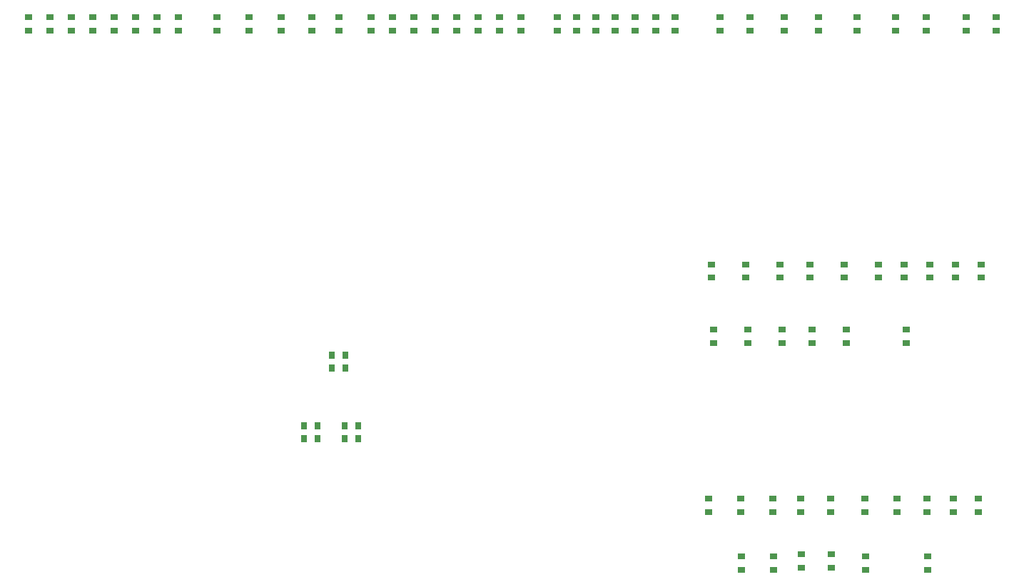
<source format=gbp>
G04*
G04 #@! TF.GenerationSoftware,Altium Limited,Altium Designer,22.3.1 (43)*
G04*
G04 Layer_Color=128*
%FSLAX25Y25*%
%MOIN*%
G70*
G04*
G04 #@! TF.SameCoordinates,60FF7B14-72D9-4FEE-8752-AF75FF6C3092*
G04*
G04*
G04 #@! TF.FilePolarity,Positive*
G04*
G01*
G75*
%ADD16R,0.03150X0.03740*%
%ADD18R,0.03740X0.03150*%
D16*
X223150Y179000D02*
D03*
X216850D02*
D03*
Y185000D02*
D03*
X223150D02*
D03*
X203850Y152000D02*
D03*
X210150D02*
D03*
X203850Y146000D02*
D03*
X210150D02*
D03*
X229150Y152000D02*
D03*
X222850D02*
D03*
X229150Y146000D02*
D03*
X222850D02*
D03*
D18*
X527000Y336850D02*
D03*
Y343150D02*
D03*
X513000D02*
D03*
Y336850D02*
D03*
X494500D02*
D03*
Y343150D02*
D03*
X480000Y336850D02*
D03*
Y343150D02*
D03*
X444000Y336850D02*
D03*
Y343150D02*
D03*
X462000Y336850D02*
D03*
Y343150D02*
D03*
X428000Y336850D02*
D03*
Y343150D02*
D03*
X398000Y336850D02*
D03*
Y343150D02*
D03*
X412000Y336850D02*
D03*
Y343150D02*
D03*
X358500Y336850D02*
D03*
Y343150D02*
D03*
X377000Y336850D02*
D03*
Y343150D02*
D03*
X368000Y336850D02*
D03*
Y343150D02*
D03*
X349000Y336850D02*
D03*
Y343150D02*
D03*
X331000Y336850D02*
D03*
Y343150D02*
D03*
X322000Y336850D02*
D03*
Y343150D02*
D03*
X340000Y336850D02*
D03*
Y343150D02*
D03*
X245000Y336850D02*
D03*
Y343150D02*
D03*
X265000Y336850D02*
D03*
Y343150D02*
D03*
X255000Y336850D02*
D03*
Y343150D02*
D03*
X275000Y336850D02*
D03*
Y343150D02*
D03*
X305000Y336850D02*
D03*
Y343150D02*
D03*
X295000Y336850D02*
D03*
Y343150D02*
D03*
X285000Y336850D02*
D03*
Y343150D02*
D03*
X235000Y336850D02*
D03*
Y343150D02*
D03*
X163000Y336850D02*
D03*
Y343150D02*
D03*
X220000Y336850D02*
D03*
Y343150D02*
D03*
X178000D02*
D03*
Y336850D02*
D03*
X193000D02*
D03*
Y343150D02*
D03*
X207500Y336850D02*
D03*
Y343150D02*
D03*
X145000Y336850D02*
D03*
Y343150D02*
D03*
X135000Y336850D02*
D03*
Y343150D02*
D03*
X125000Y336850D02*
D03*
Y343150D02*
D03*
X115000Y336850D02*
D03*
Y343150D02*
D03*
X75000Y336850D02*
D03*
Y343150D02*
D03*
X105000Y336850D02*
D03*
Y343150D02*
D03*
X95000Y336850D02*
D03*
Y343150D02*
D03*
X85000Y336850D02*
D03*
Y343150D02*
D03*
X466000Y91150D02*
D03*
Y84850D02*
D03*
X436000Y92150D02*
D03*
Y85850D02*
D03*
X408000Y91150D02*
D03*
Y84850D02*
D03*
X423000Y91150D02*
D03*
Y84850D02*
D03*
X495000D02*
D03*
Y91150D02*
D03*
X450000Y92150D02*
D03*
Y85850D02*
D03*
X457000Y197150D02*
D03*
Y190850D02*
D03*
X485000D02*
D03*
Y197150D02*
D03*
X395000D02*
D03*
Y190850D02*
D03*
X441000Y197150D02*
D03*
Y190850D02*
D03*
X427000Y197150D02*
D03*
Y190850D02*
D03*
X411000Y197150D02*
D03*
Y190850D02*
D03*
X480575Y118150D02*
D03*
Y111850D02*
D03*
X465575Y118150D02*
D03*
Y111850D02*
D03*
X518575Y118150D02*
D03*
Y111850D02*
D03*
X494575Y118150D02*
D03*
Y111850D02*
D03*
X507075Y118150D02*
D03*
Y111850D02*
D03*
X407575Y118150D02*
D03*
Y111850D02*
D03*
X449575Y118150D02*
D03*
Y111850D02*
D03*
X435575Y118150D02*
D03*
Y111850D02*
D03*
X422575Y118150D02*
D03*
Y111850D02*
D03*
X392575Y118150D02*
D03*
Y111850D02*
D03*
X496000Y227550D02*
D03*
Y221250D02*
D03*
X484000Y227550D02*
D03*
Y221250D02*
D03*
X508000Y227550D02*
D03*
Y221250D02*
D03*
X520000Y227550D02*
D03*
Y221250D02*
D03*
X394000Y227550D02*
D03*
Y221250D02*
D03*
X426000Y227550D02*
D03*
Y221250D02*
D03*
X410000Y227550D02*
D03*
Y221250D02*
D03*
X440000Y227550D02*
D03*
Y221250D02*
D03*
X456000Y227550D02*
D03*
Y221250D02*
D03*
X472000Y227550D02*
D03*
Y221250D02*
D03*
M02*

</source>
